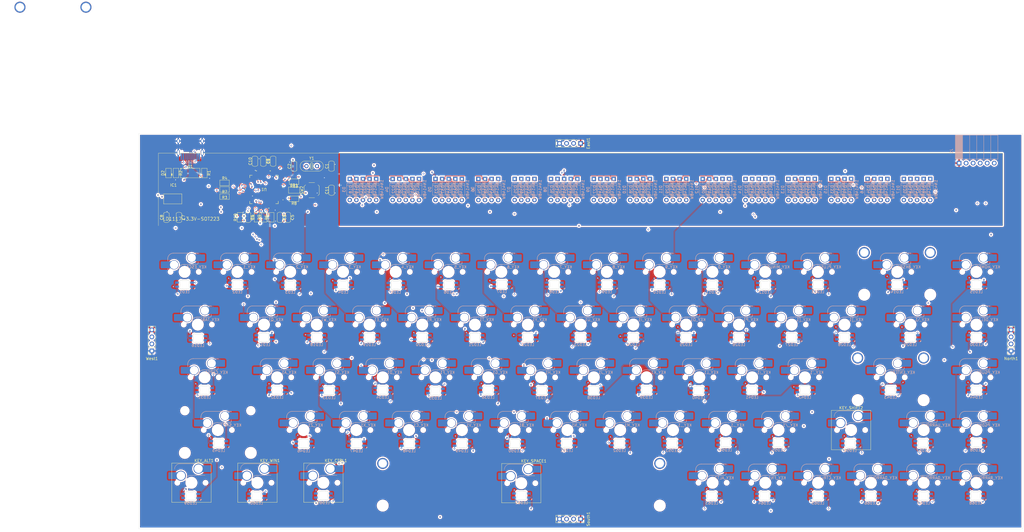
<source format=kicad_pcb>
(kicad_pcb
	(version 20241229)
	(generator "pcbnew")
	(generator_version "9.0")
	(general
		(thickness 1.6)
		(legacy_teardrops no)
	)
	(paper "A3")
	(layers
		(0 "F.Cu" signal)
		(4 "In1.Cu" signal)
		(6 "In2.Cu" signal)
		(2 "B.Cu" signal)
		(9 "F.Adhes" user "F.Adhesive")
		(11 "B.Adhes" user "B.Adhesive")
		(13 "F.Paste" user)
		(15 "B.Paste" user)
		(5 "F.SilkS" user "F.Silkscreen")
		(7 "B.SilkS" user "B.Silkscreen")
		(1 "F.Mask" user)
		(3 "B.Mask" user)
		(17 "Dwgs.User" user "User.Drawings")
		(19 "Cmts.User" user "User.Comments")
		(21 "Eco1.User" user "User.Eco1")
		(23 "Eco2.User" user "User.Eco2")
		(25 "Edge.Cuts" user)
		(27 "Margin" user)
		(31 "F.CrtYd" user "F.Courtyard")
		(29 "B.CrtYd" user "B.Courtyard")
		(35 "F.Fab" user)
		(33 "B.Fab" user)
		(39 "User.1" user)
		(41 "User.2" user)
		(43 "User.3" user)
		(45 "User.4" user)
		(47 "User.5" user)
		(49 "User.6" user)
		(51 "User.7" user)
		(53 "User.8" user)
		(55 "User.9" user)
	)
	(setup
		(stackup
			(layer "F.SilkS"
				(type "Top Silk Screen")
			)
			(layer "F.Paste"
				(type "Top Solder Paste")
			)
			(layer "F.Mask"
				(type "Top Solder Mask")
				(thickness 0.01)
			)
			(layer "F.Cu"
				(type "copper")
				(thickness 0.035)
			)
			(layer "dielectric 1"
				(type "prepreg")
				(thickness 0.1)
				(material "FR4")
				(epsilon_r 4.5)
				(loss_tangent 0.02)
			)
			(layer "In1.Cu"
				(type "copper")
				(thickness 0.035)
			)
			(layer "dielectric 2"
				(type "core")
				(thickness 1.24)
				(material "FR4")
				(epsilon_r 4.5)
				(loss_tangent 0.02)
			)
			(layer "In2.Cu"
				(type "copper")
				(thickness 0.035)
			)
			(layer "dielectric 3"
				(type "prepreg")
				(thickness 0.1)
				(material "FR4")
				(epsilon_r 4.5)
				(loss_tangent 0.02)
			)
			(layer "B.Cu"
				(type "copper")
				(thickness 0.035)
			)
			(layer "B.Mask"
				(type "Bottom Solder Mask")
				(thickness 0.01)
			)
			(layer "B.Paste"
				(type "Bottom Solder Paste")
			)
			(layer "B.SilkS"
				(type "Bottom Silk Screen")
			)
			(copper_finish "HAL lead-free")
			(dielectric_constraints no)
		)
		(pad_to_mask_clearance 0)
		(allow_soldermask_bridges_in_footprints no)
		(tenting front back)
		(grid_origin 44.85125 47.625)
		(pcbplotparams
			(layerselection 0x00000000_00000000_55555555_5755f5ff)
			(plot_on_all_layers_selection 0x00000000_00000000_00000000_00000000)
			(disableapertmacros no)
			(usegerberextensions no)
			(usegerberattributes yes)
			(usegerberadvancedattributes yes)
			(creategerberjobfile yes)
			(dashed_line_dash_ratio 12.000000)
			(dashed_line_gap_ratio 3.000000)
			(svgprecision 4)
			(plotframeref no)
			(mode 1)
			(useauxorigin no)
			(hpglpennumber 1)
			(hpglpenspeed 20)
			(hpglpendiameter 15.000000)
			(pdf_front_fp_property_popups yes)
			(pdf_back_fp_property_popups yes)
			(pdf_metadata yes)
			(pdf_single_document no)
			(dxfpolygonmode yes)
			(dxfimperialunits yes)
			(dxfusepcbnewfont yes)
			(psnegative no)
			(psa4output no)
			(plot_black_and_white yes)
			(sketchpadsonfab no)
			(plotpadnumbers no)
			(hidednponfab no)
			(sketchdnponfab yes)
			(crossoutdnponfab yes)
			(subtractmaskfromsilk no)
			(outputformat 1)
			(mirror no)
			(drillshape 1)
			(scaleselection 1)
			(outputdirectory "")
		)
	)
	(net 0 "")
	(net 1 "GND")
	(net 2 "+3.3V")
	(net 3 "+5V")
	(net 4 "Net-(D3-A)")
	(net 5 "Net-(D4-A)")
	(net 6 "Net-(D5-A)")
	(net 7 "Net-(D6-A)")
	(net 8 "Net-(D7-A)")
	(net 9 "Net-(D8-A)")
	(net 10 "Net-(D9-A)")
	(net 11 "Net-(D10-A)")
	(net 12 "Net-(D11-A)")
	(net 13 "Net-(D12-A)")
	(net 14 "Net-(D13-A)")
	(net 15 "Net-(D14-A)")
	(net 16 "Net-(D15-A)")
	(net 17 "Net-(D16-A)")
	(net 18 "Net-(D17-A)")
	(net 19 "Net-(D18-A)")
	(net 20 "Net-(D19-A)")
	(net 21 "Net-(D20-A)")
	(net 22 "Net-(D21-A)")
	(net 23 "Net-(D22-A)")
	(net 24 "Net-(D23-A)")
	(net 25 "Net-(D29-A)")
	(net 26 "Net-(D30-A)")
	(net 27 "Net-(D31-A)")
	(net 28 "Net-(D32-A)")
	(net 29 "Net-(D33-A)")
	(net 30 "Net-(D24-A)")
	(net 31 "Net-(D25-A)")
	(net 32 "Net-(D26-A)")
	(net 33 "Net-(D27-A)")
	(net 34 "Net-(D28-A)")
	(net 35 "Net-(D34-A)")
	(net 36 "/COL2")
	(net 37 "/COL3")
	(net 38 "/COL4")
	(net 39 "/COL5")
	(net 40 "/COL1")
	(net 41 "Net-(LED1-DOUT)")
	(net 42 "/RGB_DATAIN")
	(net 43 "Net-(U1-OSCIN)")
	(net 44 "Net-(U1-OSCOUT)")
	(net 45 "Net-(U1-VCAP)")
	(net 46 "/NRST")
	(net 47 "/D+")
	(net 48 "/D-")
	(net 49 "/ROW1")
	(net 50 "/ROW2")
	(net 51 "/ROW3")
	(net 52 "/ROW4")
	(net 53 "/ROW5")
	(net 54 "Net-(D35-A)")
	(net 55 "/UART_TX_EAST")
	(net 56 "/UART_RX_EAST")
	(net 57 "Net-(U1-VDDA)")
	(net 58 "Net-(D36-A)")
	(net 59 "Net-(D37-A)")
	(net 60 "Net-(D38-A)")
	(net 61 "Net-(D39-A)")
	(net 62 "Net-(D40-A)")
	(net 63 "Net-(D41-A)")
	(net 64 "Net-(D42-A)")
	(net 65 "Net-(D43-A)")
	(net 66 "Net-(D44-A)")
	(net 67 "Net-(D45-A)")
	(net 68 "Net-(D46-A)")
	(net 69 "Net-(D47-A)")
	(net 70 "Net-(D48-A)")
	(net 71 "Net-(D50-A)")
	(net 72 "Net-(D51-A)")
	(net 73 "Net-(D52-A)")
	(net 74 "Net-(D53-A)")
	(net 75 "Net-(D54-A)")
	(net 76 "Net-(D55-A)")
	(net 77 "Net-(D56-A)")
	(net 78 "Net-(D57-A)")
	(net 79 "Net-(D58-A)")
	(net 80 "/UART_TX_NORTH")
	(net 81 "/UART_RX_NORTH")
	(net 82 "Net-(USB1-CC2)")
	(net 83 "Net-(USB1-CC1)")
	(net 84 "Net-(U1-PA11)")
	(net 85 "Net-(U1-PA12)")
	(net 86 "Net-(U1-BOOT)")
	(net 87 "/JTCLK")
	(net 88 "Net-(J1-Pin_2)")
	(net 89 "/JTMS")
	(net 90 "Net-(J1-Pin_4)")
	(net 91 "Net-(J1-Pin_5)")
	(net 92 "Net-(J1-Pin_6)")
	(net 93 "/SWO")
	(net 94 "/UART_TX_SOUTH")
	(net 95 "/UART_RX_SOUTH")
	(net 96 "unconnected-(U1-PB12-Pad33)")
	(net 97 "AGND")
	(net 98 "Net-(D59-A)")
	(net 99 "/UART_TX_WEST")
	(net 100 "unconnected-(U1-PC14-Pad3)")
	(net 101 "unconnected-(U1-PC15-Pad4)")
	(net 102 "Net-(D60-A)")
	(net 103 "Net-(D61-A)")
	(net 104 "Net-(D62-A)")
	(net 105 "unconnected-(U1-PC1-Pad9)")
	(net 106 "unconnected-(U1-PC3-Pad11)")
	(net 107 "Net-(D64-A)")
	(net 108 "unconnected-(U1-PC2-Pad10)")
	(net 109 "Net-(D65-A)")
	(net 110 "Net-(D68-A)")
	(net 111 "/UART_RX_WEST")
	(net 112 "Net-(D71-A)")
	(net 113 "Net-(D72-A)")
	(net 114 "Net-(D73-A)")
	(net 115 "unconnected-(U1-PC0-Pad8)")
	(net 116 "unconnected-(U1-PC13-Pad2)")
	(net 117 "Net-(D2-A)")
	(net 118 "unconnected-(USB1-SBU2-Pad3)")
	(net 119 "unconnected-(USB1-SBU1-Pad9)")
	(net 120 "unconnected-(U1-PB8-Pad61)")
	(net 121 "unconnected-(U1-PB9-Pad62)")
	(net 122 "Net-(D74-A)")
	(net 123 "Net-(D75-A)")
	(net 124 "Net-(D76-A)")
	(net 125 "/COL12")
	(net 126 "/COL9")
	(net 127 "/COL10")
	(net 128 "/COL11")
	(net 129 "/COL6")
	(net 130 "/COL7")
	(net 131 "/COL8")
	(net 132 "/COL14")
	(net 133 "/COL13")
	(net 134 "/COL15")
	(net 135 "unconnected-(U1-PC4-Pad24)")
	(net 136 "Net-(LED2-DOUT)")
	(net 137 "Net-(LED3-DOUT)")
	(net 138 "Net-(LED4-DOUT)")
	(net 139 "Net-(LED5-DOUT)")
	(net 140 "Net-(LED6-DOUT)")
	(net 141 "Net-(LED7-DOUT)")
	(net 142 "Net-(LED8-DOUT)")
	(net 143 "Net-(LED10-DIN)")
	(net 144 "Net-(LED10-DOUT)")
	(net 145 "Net-(LED11-DOUT)")
	(net 146 "Net-(LED12-DOUT)")
	(net 147 "Net-(LED13-DOUT)")
	(net 148 "Net-(LED14-DOUT)")
	(net 149 "Net-(LED15-DOUT)")
	(net 150 "Net-(LED16-DOUT)")
	(net 151 "Net-(LED17-DOUT)")
	(net 152 "Net-(LED18-DOUT)")
	(net 153 "Net-(LED19-DOUT)")
	(net 154 "Net-(LED20-DOUT)")
	(net 155 "Net-(LED21-DOUT)")
	(net 156 "Net-(LED22-DOUT)")
	(net 157 "Net-(LED23-DOUT)")
	(net 158 "Net-(LED24-DOUT)")
	(net 159 "Net-(LED25-DOUT)")
	(net 160 "Net-(LED26-DOUT)")
	(net 161 "Net-(LED27-DOUT)")
	(net 162 "Net-(LED28-DOUT)")
	(net 163 "Net-(LED29-DOUT)")
	(net 164 "Net-(LED30-DOUT)")
	(net 165 "Net-(LED31-DOUT)")
	(net 166 "Net-(LED32-DOUT)")
	(net 167 "Net-(LED33-DOUT)")
	(net 168 "Net-(LED34-DOUT)")
	(net 169 "Net-(LED35-DOUT)")
	(net 170 "Net-(LED36-DOUT)")
	(net 171 "Net-(LED37-DOUT)")
	(net 172 "Net-(LED38-DOUT)")
	(net 173 "Net-(LED39-DOUT)")
	(net 174 "Net-(LED40-DOUT)")
	(net 175 "Net-(LED41-DOUT)")
	(net 176 "Net-(LED42-DOUT)")
	(net 177 "Net-(LED43-DOUT)")
	(net 178 "Net-(LED44-DOUT)")
	(net 179 "Net-(LED45-DOUT)")
	(net 180 "Net-(LED46-DOUT)")
	(net 181 "Net-(LED47-DOUT)")
	(net 182 "Net-(LED48-DOUT)")
	(net 183 "Net-(LED49-DOUT)")
	(net 184 "Net-(LED50-DOUT)")
	(net 185 "Net-(LED51-DOUT)")
	(net 186 "Net-(LED52-DOUT)")
	(net 187 "Net-(LED53-DOUT)")
	(net 188 "Net-(LED54-DOUT)")
	(net 189 "Net-(LED55-DOUT)")
	(net 190 "Net-(LED56-DOUT)")
	(net 191 "Net-(LED57-DOUT)")
	(net 192 "Net-(LED58-DOUT)")
	(net 193 "Net-(LED59-DOUT)")
	(net 194 "Net-(LED60-DOUT)")
	(net 195 "Net-(LED61-DOUT)")
	(net 196 "Net-(LED62-DOUT)")
	(net 197 "Net-(LED63-DOUT)")
	(net 198 "Net-(LED64-DOUT)")
	(net 199 "Net-(LED65-DOUT)")
	(net 200 "Net-(LED66-DOUT)")
	(net 201 "Net-(LED67-DOUT)")
	(net 202 "unconnected-(LED68-DOUT-Pad2)")
	(net 203 "unconnected-(U1-PA6-Pad22)")
	(net 204 "unconnected-(U1-PA4-Pad20)")
	(net 205 "unconnected-(U1-PA7-Pad23)")
	(footprint "PCM_Resistor_SMD_AKL:R_0805_2012Metric" (layer "F.Cu") (at 87.6083 77.925 90))
	(footprint "PCM_Capacitor_SMD_AKL:C_0805_2012Metric" (layer "F.Cu") (at 54.8513 77.95 90))
	(footprint "PCM_marbastlib-mx:STAB_MX_P_2u" (layer "F.Cu") (at 318.695 97.6312))
	(footprint "PCM_Resistor_SMD_AKL:R_0805_2012Metric" (layer "F.Cu") (at 100.9513 65.025 180))
	(footprint "PCM_Switch_Keyboard_Hotswap_Kailh:SW_Hotswap_Kailh_MX_Plated_1.25u" (layer "F.Cu") (at 111.5263 173.8312))
	(footprint "PCM_Switch_Keyboard_Hotswap_Kailh:SW_Hotswap_Kailh_MX_Plated_1.25u" (layer "F.Cu") (at 182.9638 173.99))
	(footprint "Connector_PinSocket_2.54mm:PinSocket_1x04_P2.54mm_Vertical" (layer "F.Cu") (at 359.7718 126.2063 180))
	(footprint "PCM_Resistor_SMD_AKL:R_0805_2012Metric" (layer "F.Cu") (at 92.7083 77.925 90))
	(footprint "PCM_Resistor_SMD_AKL:R_0805_2012Metric" (layer "F.Cu") (at 81.4763 77.925 90))
	(footprint "Connector_PinSocket_2.54mm:PinSocket_1x04_P2.54mm_Vertical" (layer "F.Cu") (at 49.6138 126.2063 180))
	(footprint "PCM_marbastlib-mx:STAB_MX_2.25u" (layer "F.Cu") (at 73.4263 154.7812))
	(footprint "PCM_marbastlib-mx:STAB_MX_P_6.25u" (layer "F.Cu") (at 182.9638 173.8312))
	(footprint "PCM_Resistor_SMD_AKL:R_0805_2012Metric" (layer "F.Cu") (at 75.8763 67.8656 180))
	(footprint "PCM_marbastlib-mx:STAB_MX_P_2.25u" (layer "F.Cu") (at 316.3138 135.7312))
	(footprint "PCM_Capacitor_SMD_AKL:C_0805_2012Metric" (layer "F.Cu") (at 93.4013 57.65 90))
	(footprint "PCM_Resistor_SMD_AKL:R_0805_2012Metric" (layer "F.Cu") (at 75.8763 70.425))
	(footprint "PCM_Capacitor_SMD_AKL:C_0805_2012Metric" (layer "F.Cu") (at 100.9513 59.475 90))
	(footprint "PCM_Capacitor_SMD_AKL:C_0805_2012Metric" (layer "F.Cu") (at 89.8513 57.65 -90))
	(footprint "PCM_Capacitor_SMD_AKL:C_0805_2012Metric" (layer "F.Cu") (at 84.3513 77.925 -90))
	(footprint "PCM_Switch_Keyboard_Hotswap_Kailh:SW_Hotswap_Kailh_MX_Plated_1.25u" (layer "F.Cu") (at 63.9013 173.8312))
	(footprint "PCM_marbastlib-various:SW_SPST_SKQG_WithStem" (layer "F.Cu") (at 107.3413 68.125 90))
	(footprint "PCM_Diode_SMD_AKL:D_SOD-323" (layer "F.Cu") (at 55.6513 61.925 90))
	(footprint "PCM_marbastlib-mx:STAB_MX_P_2u" (layer "F.Cu") (at 13.9063 8.985))
	(footprint "PCM_Switch_Keyboard_Hotswap_Kailh:SW_Hotswap_Kailh_MX_Plated_1.25u" (layer "F.Cu") (at 87.7138 173.8312))
	(footprint "PCM_Resistor_SMD_AKL:R_0805_2012Metric" (layer "F.Cu") (at 58.3513 61.925 -90))
	(footprint "PCM_Capacitor_SMD_AKL:C_0805_2012Metric" (layer "F.Cu") (at 86.8013 57.65 90))
	(footprint "PCM_Capacitor_SMD_AKL:C_0805_2012Metric" (layer "F.Cu") (at 114.4763 68.125 90))
	(footprint "PCM_Resistor_SMD_AKL:R_0805_2012Metric" (layer "F.Cu") (at 90.1083 77.925 90))
	(footprint "PCM_Fuse_AKL:Fuse_0805_2012Metric_Pad1.15x1.40mm_BigPads"
		(layer "F.Cu")
		(uuid "9dc39ee3-982f-4175-b2f8-503bd38612b8")
		(at 100.9513 68.125)
		(descr "Fuse SMD 0805 (2012 Metric), square (rectangular) end terminal, IPC_7351 nominal with elongated pad for handsoldering. (Body size source: https://docs.google.com/spreadsheets/d/1BsfQQcO9C6DZCsRaXUlFlo91Tg2WpOkGARC1WS5S8t0/edit?usp=sharing), Alternate KiCAD Library")
		(tags "fuse big pads")
		(property "Reference" "FB1"
			(at 0 -1.8 0)
			(layer "F.SilkS")
			(uuid "579348de-11c3-44fc-8c41-9ddd4f8d79e9")
			(effects
				(font
					(size 1 1)
					(thickness 0.15)
				)
			)
		)
		(property "Value" "Ferrite_Bead"
			(at 0 1.65 0)
			(layer "F.Fab")
			(hide yes)
			(uuid "201b5a3d-bc77-43bd-810a-246406e2ca8d")
			(effects
				(font
					(size 1 1)
					(thickness 0.15)
				)
			)
		)
		(property "Datasheet" "~"
			(at 0 0 0)
			(layer "F.Fab")
			(hide yes)
			(uuid "1d1779bf-e615-4f9c-8c88-9bcd5a6512f7")
			(effects
				(font
					(size 1.27 1.27)
					(thickness 0.15)
				)
			)
		)
		(property "Description" "Ferrite bead, Alternate KiCAD Library"
			(at 0 0 0)
			(layer "F.Fab")
			(hide yes)
			(uuid "925069ce-f9eb-4262-b343-e6a4bc61ace3")
			(effects
				(font
					(size 1.27 1.27)
					(thickness 0.15)
				)
			)
		)
		(property ki_fp_filters "*Fuse*")
		(path "/419d9c4f-4ab7-4264-9f26-8a0424a1c835")
		(sheetname "/")
		(sheetfile "68percent.kicad_sch")
		(attr smd)
		(fp_line
			(start -2 -1.1)
			(end -2 1.1)
			(stroke
				(width 0.12)
				(type solid)
			)
			(layer "F.SilkS")
			(uuid "9003ea98-b5e6-42bd-bfe2-bd8273fefc06")
		)
		(fp_line
			(start -2 1.1)
			(end 2 1.1)
			(stroke
				(width 0.12)
				(type solid)
			)
			(layer "F.SilkS")
			(uuid "126e7eb9-6481-4bef-90d8-eeda0b903548")
		)
		(fp_line
			(start 2 -1.1)
			(end -2 -1.1)
			(stroke
				(width 0.12)
				(type solid)
			)
			(layer "F.SilkS")
			(uuid "8003f843-55f9-400e-9e15-938309e46d04")
		)
		(fp_line
			(start 2 1.1)
			(end 2 -1.1)
			(stroke
				(width 0.12)
				(type solid)
			)
			(layer "F.SilkS")
			(uuid "2258821d-3c56-4f9e-95bc-4b6be854b0ee")
		)
		(fp_line
			(start -1.905 -1.016)
			(end 1.905 -1.016)
			(stroke
				(width 0.05)
				(type solid)
			)
			(layer "F.CrtYd")
			(uuid "3b6a8fd2-2065-440b-9cac-364977698107")
		)
		(fp_line
			(start -1.905 1.016)
			(end -1.905 -1.016)
			(stroke
				(width 0.05)
				(type solid)
			)
			(layer "F.CrtYd")
			(uuid "65deda1b-5090-4688-af37-b66c4d2598c1")
		)
		(fp_line
			(start 1.905 -1.016)
			(end 1.905 1.016)
			(stroke
				(width 0.05)
				(type solid)
			)
			(layer "F.CrtYd")
			(uuid "d2f2c216-3823-4091-a659-2a4f6cf12518")
		)
		(fp_line
			(start 1.905 1.016)
			(end -1.905 1.016)
			(stroke
				(width 0.05)
				(type solid)
			)
			(layer "F.CrtYd")
			(uuid "ab86f1ee-77e3-41b3-aae2-e43217d906fe")
		)
		(fp_line
			(start -1 -0.6)
			(end 1 -0.6)
			(stroke
				(width 0.1)
				(type solid)
			)
			(layer "F.Fab")
			(uuid "d7897f3e-5674-4dc4-a07c-71e32c92f89f")
		)
		(fp_line
			(start -1 0.6)
			(end -1 -0.6)
			(stroke
				(width 0.1)
				(type solid)
			)
			(layer "F.Fab")
			(uuid "14b75c3e-e897-4329-a25b-cd386d5e4e90")
		)
		(fp_line
			(start 1 -0.6)
			(end 1 0.6)
			(stroke
				(width 0.1)
				(type solid)
			)
			(layer "F.Fab")
			(uuid "c525a9f0-93d3-4651-875a-9fe2
... [5829029 chars truncated]
</source>
